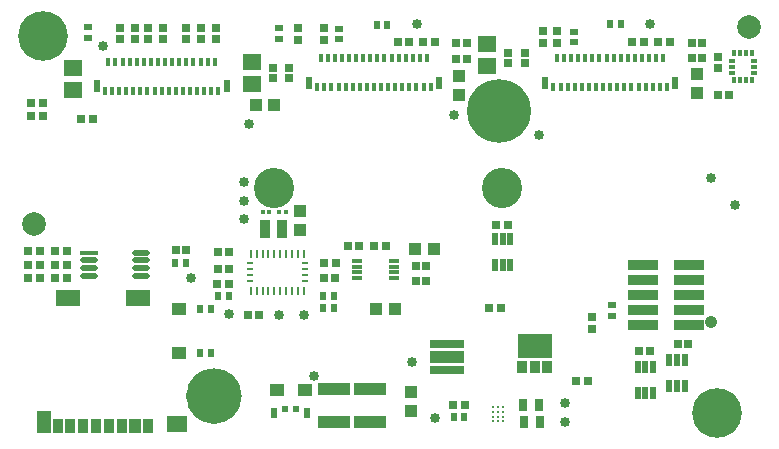
<source format=gts>
G04*
G04 #@! TF.GenerationSoftware,Altium Limited,Altium Designer,23.3.1 (30)*
G04*
G04 Layer_Color=8388736*
%FSLAX44Y44*%
%MOMM*%
G71*
G04*
G04 #@! TF.SameCoordinates,D45B20F3-F38D-42A2-87FA-560754FB767C*
G04*
G04*
G04 #@! TF.FilePolarity,Negative*
G04*
G01*
G75*
%ADD37R,0.5750X0.2500*%
%ADD38R,0.2500X0.6750*%
%ADD51R,0.6000X0.5500*%
%ADD52R,0.6000X0.9000*%
%ADD54R,0.5016X1.0016*%
%ADD55R,0.7216X0.7216*%
%ADD56R,1.6516X1.4516*%
%ADD57R,1.2716X1.9016*%
%ADD58R,2.0016X1.4516*%
%ADD59R,1.3016X1.1016*%
%ADD60R,0.9516X1.2016*%
%ADD61R,0.9766X1.2016*%
%ADD62R,0.8516X1.2016*%
%ADD63R,0.8516X1.0516*%
%ADD64R,2.9016X2.1516*%
%ADD65R,0.4000X0.7500*%
%ADD66R,0.5000X1.0500*%
%ADD67R,0.6516X0.7516*%
%ADD68R,0.7516X0.6516*%
%ADD69R,1.1016X1.0016*%
%ADD70C,0.8516*%
%ADD71R,0.6516X0.5516*%
%ADD72R,2.5016X0.8616*%
%ADD73R,0.7216X0.7216*%
%ADD74R,1.6016X1.4016*%
%ADD75R,0.5516X0.6516*%
%ADD76R,0.8516X1.5016*%
%ADD77C,2.0000*%
%ADD78R,1.5000X0.4500*%
%ADD79O,1.5000X0.4500*%
%ADD80R,0.3516X0.5766*%
%ADD81R,0.5766X0.3516*%
%ADD82R,0.9000X0.4000*%
%ADD83R,0.8016X1.0016*%
%ADD84R,2.9016X0.6516*%
%ADD85R,2.9016X1.1016*%
%ADD86C,0.3300*%
%ADD87R,2.7016X1.0516*%
%ADD88R,1.0016X1.1016*%
%ADD89R,1.2516X1.1016*%
%ADD90R,0.4616X0.4216*%
%ADD91C,1.0524*%
%ADD92C,0.8524*%
%ADD93C,5.4000*%
%ADD94C,4.7000*%
%ADD95C,4.2032*%
%ADD96C,3.4032*%
%ADD97C,0.6080*%
D37*
X-395085Y112110D02*
D03*
Y117110D02*
D03*
Y122110D02*
D03*
Y127110D02*
D03*
X-348835D02*
D03*
Y122110D02*
D03*
Y117110D02*
D03*
Y112110D02*
D03*
D38*
X-349460Y103985D02*
D03*
X-354460D02*
D03*
X-359460D02*
D03*
X-364460D02*
D03*
X-369460D02*
D03*
X-374460D02*
D03*
X-379460D02*
D03*
X-384460D02*
D03*
X-389460D02*
D03*
X-394460D02*
D03*
X-389460Y135235D02*
D03*
X-384460D02*
D03*
X-379460D02*
D03*
X-374460D02*
D03*
X-369460D02*
D03*
X-364460D02*
D03*
X-359460D02*
D03*
X-354460D02*
D03*
X-349460D02*
D03*
X-394460D02*
D03*
D51*
X-356070Y3785D02*
D03*
X-365070D02*
D03*
D52*
X-346570Y535D02*
D03*
X-374570D02*
D03*
D54*
X-66952Y39448D02*
D03*
X-60452Y39448D02*
D03*
X-53952Y39448D02*
D03*
Y17448D02*
D03*
X-60452Y17448D02*
D03*
X-66952Y17448D02*
D03*
X-40028Y45544D02*
D03*
X-33528D02*
D03*
X-27028D02*
D03*
Y23544D02*
D03*
X-33528D02*
D03*
X-40028D02*
D03*
X-187602Y125859D02*
D03*
X-181102D02*
D03*
X-174602D02*
D03*
Y147859D02*
D03*
X-181102D02*
D03*
X-187602D02*
D03*
D55*
X-23948Y58674D02*
D03*
X-32948D02*
D03*
X-56460Y53086D02*
D03*
X-65460D02*
D03*
X-311956Y141500D02*
D03*
X-302956D02*
D03*
X-254690Y125155D02*
D03*
X-245690D02*
D03*
X-12010Y301024D02*
D03*
X-21010D02*
D03*
Y313805D02*
D03*
X-12010D02*
D03*
X-220290Y299827D02*
D03*
X-211290D02*
D03*
Y313797D02*
D03*
X-220290D02*
D03*
X-332050Y114915D02*
D03*
X-323050D02*
D03*
X-245646Y112522D02*
D03*
X-254646D02*
D03*
X1524Y269748D02*
D03*
X10524D02*
D03*
X-422220Y136505D02*
D03*
X-413220D02*
D03*
Y122110D02*
D03*
X-422220D02*
D03*
X-396820Y83165D02*
D03*
X-387820D02*
D03*
X-457887Y138430D02*
D03*
X-448887D02*
D03*
D56*
X-456585Y-9210D02*
D03*
D57*
X-569785Y-6960D02*
D03*
D58*
X-489835Y97790D02*
D03*
X-549535D02*
D03*
D59*
X-454835Y88040D02*
D03*
Y51040D02*
D03*
D60*
X-481185Y-10460D02*
D03*
X-503185D02*
D03*
X-514185D02*
D03*
X-525185D02*
D03*
X-536185D02*
D03*
X-547185D02*
D03*
D61*
X-492185D02*
D03*
D62*
X-557685D02*
D03*
D63*
X-143870Y39250D02*
D03*
X-154120D02*
D03*
X-164370D02*
D03*
D64*
X-154120Y56750D02*
D03*
D65*
X-138122Y276478D02*
D03*
X-135197Y300977D02*
D03*
X-132122Y276478D02*
D03*
X-126122D02*
D03*
X-120122D02*
D03*
X-114122D02*
D03*
X-108122D02*
D03*
X-102122D02*
D03*
X-96122D02*
D03*
X-90122D02*
D03*
X-84122D02*
D03*
X-78122D02*
D03*
X-72122D02*
D03*
X-66122D02*
D03*
X-60122D02*
D03*
X-54122D02*
D03*
X-48122D02*
D03*
X-42122D02*
D03*
X-129197Y300977D02*
D03*
X-123197D02*
D03*
X-117197D02*
D03*
X-111197D02*
D03*
X-105197D02*
D03*
X-99197D02*
D03*
X-93197D02*
D03*
X-87197D02*
D03*
X-81197D02*
D03*
X-75197D02*
D03*
X-69197D02*
D03*
X-63197D02*
D03*
X-57197D02*
D03*
X-51197D02*
D03*
X-45197D02*
D03*
X-338122Y276478D02*
D03*
X-335197Y300977D02*
D03*
X-332122Y276478D02*
D03*
X-326122D02*
D03*
X-320122D02*
D03*
X-314122D02*
D03*
X-308122D02*
D03*
X-302122D02*
D03*
X-296122D02*
D03*
X-290122D02*
D03*
X-284122D02*
D03*
X-278122D02*
D03*
X-272122D02*
D03*
X-266122D02*
D03*
X-260122D02*
D03*
X-254122D02*
D03*
X-248122D02*
D03*
X-242122D02*
D03*
X-329197Y300977D02*
D03*
X-323197D02*
D03*
X-317197D02*
D03*
X-311197D02*
D03*
X-305197D02*
D03*
X-299197D02*
D03*
X-293197D02*
D03*
X-287197D02*
D03*
X-281197D02*
D03*
X-275197D02*
D03*
X-269197D02*
D03*
X-263197D02*
D03*
X-257197D02*
D03*
X-251197D02*
D03*
X-245197D02*
D03*
X-517879Y273404D02*
D03*
X-514954Y297904D02*
D03*
X-511879Y273404D02*
D03*
X-505879D02*
D03*
X-499879D02*
D03*
X-493879D02*
D03*
X-487879D02*
D03*
X-481879D02*
D03*
X-475879D02*
D03*
X-469879D02*
D03*
X-463879D02*
D03*
X-457879D02*
D03*
X-451879D02*
D03*
X-445879D02*
D03*
X-439879D02*
D03*
X-433879D02*
D03*
X-427879D02*
D03*
X-421879D02*
D03*
X-508954Y297904D02*
D03*
X-502954D02*
D03*
X-496954D02*
D03*
X-490954D02*
D03*
X-484954D02*
D03*
X-478954D02*
D03*
X-472954D02*
D03*
X-466954D02*
D03*
X-460954D02*
D03*
X-454953D02*
D03*
X-448954D02*
D03*
X-442953D02*
D03*
X-436954D02*
D03*
X-430954D02*
D03*
X-424954D02*
D03*
D66*
X-35122Y279977D02*
D03*
X-145122D02*
D03*
X-235122D02*
D03*
X-345122D02*
D03*
X-414879Y276904D02*
D03*
X-524879D02*
D03*
D67*
X-176864Y159512D02*
D03*
X-186864D02*
D03*
X-119112Y27686D02*
D03*
X-109112D02*
D03*
X-182706Y89408D02*
D03*
X-192706D02*
D03*
X-549880Y137365D02*
D03*
X-559880D02*
D03*
X-289750Y141750D02*
D03*
X-279750D02*
D03*
X-39848Y314305D02*
D03*
X-49848D02*
D03*
X-71438Y314305D02*
D03*
X-61438D02*
D03*
X-238476Y314305D02*
D03*
X-248476D02*
D03*
X-270066Y314305D02*
D03*
X-260066D02*
D03*
X-528400Y248920D02*
D03*
X-538400D02*
D03*
X-223186Y7366D02*
D03*
X-213186D02*
D03*
X-412720Y109835D02*
D03*
X-422720D02*
D03*
X-580564Y251460D02*
D03*
X-570564D02*
D03*
X-580564Y262890D02*
D03*
X-570564D02*
D03*
X-572740Y114505D02*
D03*
X-582740D02*
D03*
X-572740Y125935D02*
D03*
X-582740D02*
D03*
X-572740Y137365D02*
D03*
X-582740D02*
D03*
X-559880Y114505D02*
D03*
X-549880D02*
D03*
X-559880Y125935D02*
D03*
X-549880D02*
D03*
X-332550Y127615D02*
D03*
X-322550D02*
D03*
D68*
X-105156Y71454D02*
D03*
Y81454D02*
D03*
X-147320Y323770D02*
D03*
Y313770D02*
D03*
X-135197Y313770D02*
D03*
Y323770D02*
D03*
X-332122Y316310D02*
D03*
Y326310D02*
D03*
X-354330Y326310D02*
D03*
Y316310D02*
D03*
D69*
X-258572Y2160D02*
D03*
Y18160D02*
D03*
X-16510Y271400D02*
D03*
Y287400D02*
D03*
X-218440Y269398D02*
D03*
Y285398D02*
D03*
X-352950Y155175D02*
D03*
Y171175D02*
D03*
D70*
X-150622Y235712D02*
D03*
X-257810Y43688D02*
D03*
X-253636Y329545D02*
D03*
X-56278D02*
D03*
X-128270Y8890D02*
D03*
X-238506Y-3556D02*
D03*
X-340614Y32004D02*
D03*
X15240Y176530D02*
D03*
X-444754Y114300D02*
D03*
X-222504Y252984D02*
D03*
X-396185Y244861D02*
D03*
X-413220Y84435D02*
D03*
X-370730Y83165D02*
D03*
X-349460D02*
D03*
X-519320Y311155D02*
D03*
X-400050Y164338D02*
D03*
X-399940Y179685D02*
D03*
Y196195D02*
D03*
X-128524Y-7620D02*
D03*
D71*
X-532130Y317826D02*
D03*
Y326826D02*
D03*
X-120650Y323270D02*
D03*
Y314270D02*
D03*
X-320122Y325810D02*
D03*
Y316810D02*
D03*
X-370586Y317064D02*
D03*
Y326064D02*
D03*
X-88790Y91475D02*
D03*
Y82475D02*
D03*
D72*
X-62230Y125730D02*
D03*
Y113030D02*
D03*
Y100330D02*
D03*
Y87630D02*
D03*
Y74930D02*
D03*
X-23230Y125730D02*
D03*
Y113030D02*
D03*
Y100330D02*
D03*
Y87630D02*
D03*
Y74930D02*
D03*
D73*
X-176530Y296477D02*
D03*
Y305477D02*
D03*
X-162560D02*
D03*
Y296477D02*
D03*
X-468520Y326425D02*
D03*
Y317425D02*
D03*
X-481220Y326425D02*
D03*
Y317425D02*
D03*
X1270Y292426D02*
D03*
Y301426D02*
D03*
X-505350Y326425D02*
D03*
Y317425D02*
D03*
X-492650Y326425D02*
D03*
Y317425D02*
D03*
X-449470Y326425D02*
D03*
Y317425D02*
D03*
X-424070Y326425D02*
D03*
Y317425D02*
D03*
X-436770Y326425D02*
D03*
Y317425D02*
D03*
X-361950Y292790D02*
D03*
Y283790D02*
D03*
X-375920D02*
D03*
Y292790D02*
D03*
D74*
X-194310Y294030D02*
D03*
Y313030D02*
D03*
X-393700Y278790D02*
D03*
Y297790D02*
D03*
X-544830Y273710D02*
D03*
Y292710D02*
D03*
D75*
X-81098Y329545D02*
D03*
X-90098D02*
D03*
X-278710Y328930D02*
D03*
X-287710D02*
D03*
X-428479Y51562D02*
D03*
X-437479D02*
D03*
X-213686Y-3048D02*
D03*
X-222686Y-3048D02*
D03*
X-428498Y88040D02*
D03*
X-437498D02*
D03*
X-449415Y127000D02*
D03*
X-458415D02*
D03*
X-413220Y99675D02*
D03*
X-422220D02*
D03*
X-324320Y89515D02*
D03*
X-333320D02*
D03*
X-324320Y99675D02*
D03*
X-333320D02*
D03*
D76*
X-367748Y156317D02*
D03*
X-382348D02*
D03*
D77*
X27178Y326898D02*
D03*
X-577850Y160528D02*
D03*
D78*
X-531160Y136095D02*
D03*
D79*
Y129595D02*
D03*
Y123095D02*
D03*
Y116595D02*
D03*
X-487160Y129595D02*
D03*
Y136095D02*
D03*
Y123095D02*
D03*
Y116595D02*
D03*
D80*
X24617Y305249D02*
D03*
X19617D02*
D03*
X14617D02*
D03*
X29617D02*
D03*
X24617Y281999D02*
D03*
X19617D02*
D03*
X14617D02*
D03*
X29617D02*
D03*
D81*
X31242Y293624D02*
D03*
Y298624D02*
D03*
Y288624D02*
D03*
X12992Y293624D02*
D03*
Y298624D02*
D03*
Y288624D02*
D03*
D82*
X-273220Y114420D02*
D03*
Y119420D02*
D03*
Y124420D02*
D03*
Y129420D02*
D03*
X-304220Y114420D02*
D03*
Y119420D02*
D03*
Y124420D02*
D03*
Y129420D02*
D03*
D83*
X-163464Y-7620D02*
D03*
X-149464D02*
D03*
X-149972Y7366D02*
D03*
X-163972D02*
D03*
D84*
X-228092Y59002D02*
D03*
Y36502D02*
D03*
D85*
Y47752D02*
D03*
D86*
X-180912Y-6762D02*
D03*
X-184912Y-6762D02*
D03*
X-188912D02*
D03*
X-180912Y-2762D02*
D03*
X-184912Y-2762D02*
D03*
X-188912D02*
D03*
X-180912Y1238D02*
D03*
X-184912D02*
D03*
X-188912D02*
D03*
X-180912Y5238D02*
D03*
X-184912D02*
D03*
X-188912Y5238D02*
D03*
D87*
X-293260Y20965D02*
D03*
Y-7035D02*
D03*
X-323740D02*
D03*
Y20965D02*
D03*
D88*
X-272560Y88245D02*
D03*
X-288560D02*
D03*
X-255540Y139045D02*
D03*
X-239540D02*
D03*
X-390396Y261545D02*
D03*
X-374396D02*
D03*
D89*
X-372320Y19665D02*
D03*
X-348820D02*
D03*
D90*
X-384198Y170287D02*
D03*
X-378598D02*
D03*
X-364948D02*
D03*
X-370548D02*
D03*
D91*
X-4868Y77070D02*
D03*
D92*
Y199070D02*
D03*
D93*
X-183830Y256444D02*
D03*
D94*
X-425580Y14444D02*
D03*
D95*
X-570000Y320000D02*
D03*
X0Y0D02*
D03*
D96*
X-374540Y191115D02*
D03*
X-181500D02*
D03*
D97*
X-204580Y256444D02*
D03*
X-163080D02*
D03*
X-183830Y235694D02*
D03*
Y277194D02*
D03*
X-425580Y35194D02*
D03*
Y-6306D02*
D03*
X-404830Y14444D02*
D03*
X-446330D02*
D03*
M02*

</source>
